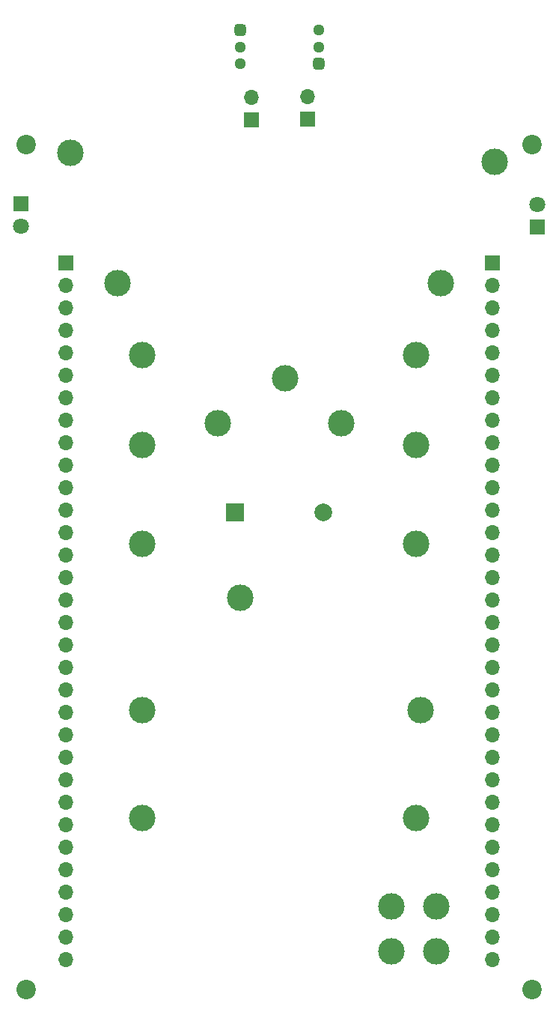
<source format=gbr>
%TF.GenerationSoftware,KiCad,Pcbnew,7.0.7*%
%TF.CreationDate,2023-10-13T18:50:11+02:00*%
%TF.ProjectId,Cable_Monitor,4361626c-655f-44d6-9f6e-69746f722e6b,rev?*%
%TF.SameCoordinates,Original*%
%TF.FileFunction,Soldermask,Bot*%
%TF.FilePolarity,Negative*%
%FSLAX46Y46*%
G04 Gerber Fmt 4.6, Leading zero omitted, Abs format (unit mm)*
G04 Created by KiCad (PCBNEW 7.0.7) date 2023-10-13 18:50:11*
%MOMM*%
%LPD*%
G01*
G04 APERTURE LIST*
G04 Aperture macros list*
%AMRoundRect*
0 Rectangle with rounded corners*
0 $1 Rounding radius*
0 $2 $3 $4 $5 $6 $7 $8 $9 X,Y pos of 4 corners*
0 Add a 4 corners polygon primitive as box body*
4,1,4,$2,$3,$4,$5,$6,$7,$8,$9,$2,$3,0*
0 Add four circle primitives for the rounded corners*
1,1,$1+$1,$2,$3*
1,1,$1+$1,$4,$5*
1,1,$1+$1,$6,$7*
1,1,$1+$1,$8,$9*
0 Add four rect primitives between the rounded corners*
20,1,$1+$1,$2,$3,$4,$5,0*
20,1,$1+$1,$4,$5,$6,$7,0*
20,1,$1+$1,$6,$7,$8,$9,0*
20,1,$1+$1,$8,$9,$2,$3,0*%
G04 Aperture macros list end*
%ADD10C,2.200000*%
%ADD11R,1.700000X1.700000*%
%ADD12O,1.700000X1.700000*%
%ADD13C,3.000000*%
%ADD14R,1.800000X1.800000*%
%ADD15C,1.800000*%
%ADD16RoundRect,0.309400X-0.340600X0.340600X-0.340600X-0.340600X0.340600X-0.340600X0.340600X0.340600X0*%
%ADD17O,1.300000X1.300000*%
%ADD18RoundRect,0.309400X0.340600X-0.340600X0.340600X0.340600X-0.340600X0.340600X-0.340600X-0.340600X0*%
%ADD19R,2.000000X2.000000*%
%ADD20C,2.000000*%
G04 APERTURE END LIST*
D10*
%TO.C,H4*%
X164500000Y-53000000D03*
%TD*%
%TO.C,H3*%
X107250000Y-53000000D03*
%TD*%
%TO.C,H2*%
X107250000Y-148500000D03*
%TD*%
%TO.C,H1*%
X164500000Y-148500000D03*
%TD*%
D11*
%TO.C,HS_Left*%
X132715000Y-50170000D03*
D12*
X132715000Y-47630000D03*
%TD*%
D11*
%TO.C,HS_right*%
X139065000Y-50043000D03*
D12*
X139065000Y-47503000D03*
%TD*%
D13*
%TO.C,TP14*%
X151384000Y-129032000D03*
%TD*%
%TO.C,TP19*%
X128905000Y-84455000D03*
%TD*%
%TO.C,TP12*%
X117602000Y-68580000D03*
%TD*%
%TO.C,TP16*%
X151384000Y-76708000D03*
%TD*%
D14*
%TO.C,LED2*%
X165100000Y-62235000D03*
D15*
X165100000Y-59695000D03*
%TD*%
D13*
%TO.C,TP7*%
X136525000Y-79375000D03*
%TD*%
D16*
%TO.C,U3*%
X131445000Y-40005000D03*
D17*
X131445000Y-41910000D03*
X131445000Y-43815000D03*
%TD*%
D13*
%TO.C,TP20*%
X142875000Y-84455000D03*
%TD*%
%TO.C,TP4*%
X153670000Y-139065000D03*
%TD*%
%TO.C,TP13*%
X154178000Y-68580000D03*
%TD*%
%TO.C,TP2*%
X120396000Y-116840000D03*
%TD*%
D18*
%TO.C,U4*%
X140335000Y-43815000D03*
D17*
X140335000Y-41910000D03*
X140335000Y-40005000D03*
%TD*%
D13*
%TO.C,TP9*%
X112268000Y-53848000D03*
%TD*%
D14*
%TO.C,LED1*%
X106680000Y-59685000D03*
D15*
X106680000Y-62225000D03*
%TD*%
D13*
%TO.C,TP10*%
X160250000Y-54864000D03*
%TD*%
%TO.C,TP11*%
X120396000Y-129032000D03*
%TD*%
%TO.C,TP5*%
X148590000Y-139065000D03*
%TD*%
%TO.C,TP18*%
X151384000Y-98044000D03*
%TD*%
%TO.C,TP22*%
X151384000Y-86868000D03*
%TD*%
%TO.C,TP21*%
X120396000Y-86868000D03*
%TD*%
%TO.C,TP3*%
X153670000Y-144145000D03*
%TD*%
D19*
%TO.C,BZ1*%
X130890000Y-94488000D03*
D20*
X140890000Y-94488000D03*
%TD*%
D13*
%TO.C,TP6*%
X148590000Y-144145000D03*
%TD*%
%TO.C,TP8*%
X131445000Y-104140000D03*
%TD*%
%TO.C,TP17*%
X120396000Y-98044000D03*
%TD*%
%TO.C,TP1*%
X151892000Y-116840000D03*
%TD*%
%TO.C,TP15*%
X120396000Y-76708000D03*
%TD*%
D11*
%TO.C,P1*%
X160020000Y-66310000D03*
D12*
X160020000Y-68850000D03*
X160020000Y-71390000D03*
X160020000Y-73930000D03*
X160020000Y-76470000D03*
X160020000Y-79010000D03*
X160020000Y-81550000D03*
X160020000Y-84090000D03*
X160020000Y-86630000D03*
X160020000Y-89170000D03*
X160020000Y-91710000D03*
X160020000Y-94250000D03*
X160020000Y-96790000D03*
X160020000Y-99330000D03*
X160020000Y-101870000D03*
X160020000Y-104410000D03*
X160020000Y-106950000D03*
X160020000Y-109490000D03*
X160020000Y-112030000D03*
X160020000Y-114570000D03*
X160020000Y-117110000D03*
X160020000Y-119650000D03*
X160020000Y-122190000D03*
X160020000Y-124730000D03*
X160020000Y-127270000D03*
X160020000Y-129810000D03*
X160020000Y-132350000D03*
X160020000Y-134890000D03*
X160020000Y-137430000D03*
X160020000Y-139970000D03*
X160020000Y-142510000D03*
X160020000Y-145050000D03*
%TD*%
D11*
%TO.C,P2*%
X111760000Y-66310000D03*
D12*
X111760000Y-68850000D03*
X111760000Y-71390000D03*
X111760000Y-73930000D03*
X111760000Y-76470000D03*
X111760000Y-79010000D03*
X111760000Y-81550000D03*
X111760000Y-84090000D03*
X111760000Y-86630000D03*
X111760000Y-89170000D03*
X111760000Y-91710000D03*
X111760000Y-94250000D03*
X111760000Y-96790000D03*
X111760000Y-99330000D03*
X111760000Y-101870000D03*
X111760000Y-104410000D03*
X111760000Y-106950000D03*
X111760000Y-109490000D03*
X111760000Y-112030000D03*
X111760000Y-114570000D03*
X111760000Y-117110000D03*
X111760000Y-119650000D03*
X111760000Y-122190000D03*
X111760000Y-124730000D03*
X111760000Y-127270000D03*
X111760000Y-129810000D03*
X111760000Y-132350000D03*
X111760000Y-134890000D03*
X111760000Y-137430000D03*
X111760000Y-139970000D03*
X111760000Y-142510000D03*
X111760000Y-145050000D03*
%TD*%
M02*

</source>
